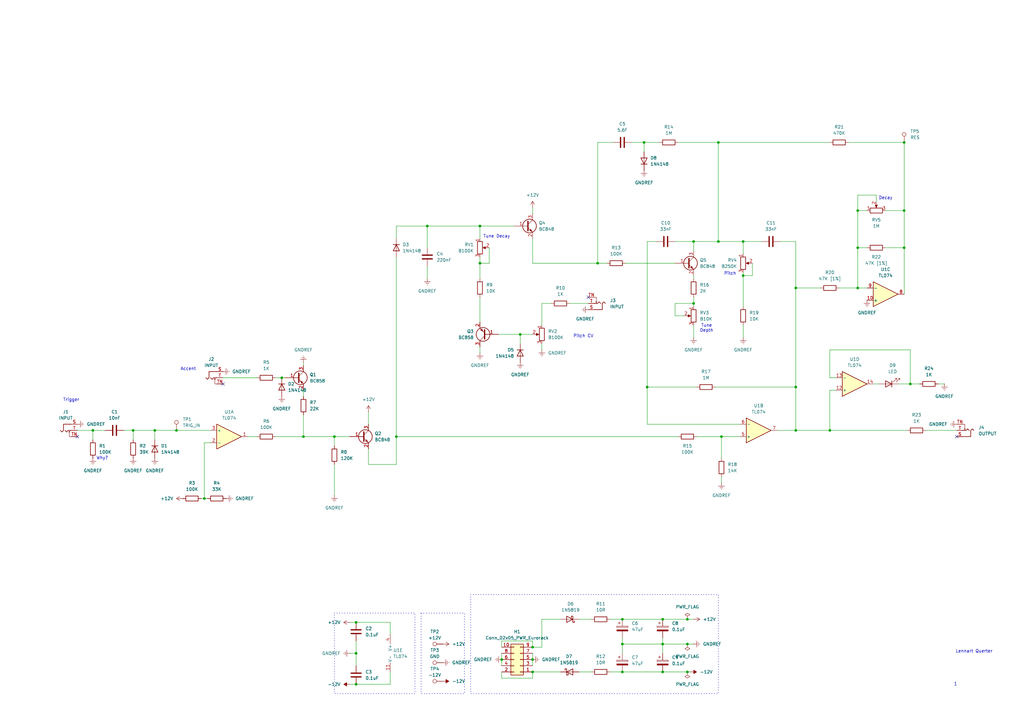
<source format=kicad_sch>
(kicad_sch (version 20231120) (generator "eeschema") (generator_version "8.0")
  (paper "A3")
  (lib_symbols
    (symbol "Amplifier_Operational:TL074" (pin_names (offset 0.127))
      (property "Reference" "U" (at 0 5.08 0))
      (property "Value" "TL074" (at 0 -5.08 0))
      (symbol "TL074_1_1"
        (pin output line (at 7.62 0 180) (length 2.54) (name "~") (number "1"))
        (pin input line (at -7.62 -2.54 0) (length 2.54) (name "-") (number "2"))
        (pin input line (at -7.62 2.54 0) (length 2.54) (name "+") (number "3"))
      )
      (symbol "TL074_2_1"
        (pin input line (at -7.62 2.54 0) (length 2.54) (name "+") (number "5"))
        (pin input line (at -7.62 -2.54 0) (length 2.54) (name "-") (number "6"))
        (pin output line (at 7.62 0 180) (length 2.54) (name "~") (number "7"))
      )
      (symbol "TL074_3_1"
        (pin input line (at -7.62 2.54 0) (length 2.54) (name "+") (number "10"))
        (pin output line (at 7.62 0 180) (length 2.54) (name "~") (number "8"))
        (pin input line (at -7.62 -2.54 0) (length 2.54) (name "-") (number "9"))
      )
      (symbol "TL074_4_1"
        (pin input line (at -7.62 2.54 0) (length 2.54) (name "+") (number "12"))
        (pin input line (at -7.62 -2.54 0) (length 2.54) (name "-") (number "13"))
        (pin output line (at 7.62 0 180) (length 2.54) (name "~") (number "14"))
      )
      (symbol "TL074_5_1"
        (pin power_in line (at -2.54 -7.62 90) (length 3.81) (name "V-") (number "11"))
        (pin power_in line (at -2.54 7.62 270) (length 3.81) (name "V+") (number "4"))
      )
    )
    (symbol "Connector:TestPoint" (pin_numbers hide) (pin_names (offset 0.762) hide)
      (property "Reference" "TP" (at 0 6.858 0))
      (property "Value" "TestPoint" (at 0 5.08 0))
      (symbol "TestPoint_1_1"
        (pin passive line (at 0 0 90) (length 2.54) (name "1") (number "1"))
      )
    )
    (symbol "Device:C" (pin_numbers hide) (pin_names (offset 0.254))
      (property "Reference" "C" (at 0.635 2.54 0))
      (property "Value" "C" (at 0.635 -2.54 0))
      (symbol "C_1_1"
        (pin passive line (at 0 3.81 270) (length 2.794) (name "~") (number "1"))
        (pin passive line (at 0 -3.81 90) (length 2.794) (name "~") (number "2"))
      )
    )
    (symbol "Device:C_Polarized" (pin_numbers hide) (pin_names (offset 0.254))
      (property "Reference" "C" (at 0.635 2.54 0))
      (property "Value" "C_Polarized" (at 0.635 -2.54 0))
      (symbol "C_Polarized_1_1"
        (pin passive line (at 0 3.81 270) (length 2.794) (name "~") (number "1"))
        (pin passive line (at 0 -3.81 90) (length 2.794) (name "~") (number "2"))
      )
    )
    (symbol "Device:R" (pin_numbers hide) (pin_names (offset 0))
      (property "Reference" "R" (at 2.032 0 90))
      (property "Value" "R" (at 0 0 90))
      (symbol "R_1_1"
        (pin passive line (at 0 3.81 270) (length 1.27) (name "~") (number "1"))
        (pin passive line (at 0 -3.81 90) (length 1.27) (name "~") (number "2"))
      )
    )
    (symbol "Diode:1N5819" (pin_numbers hide) (pin_names (offset 1.016) hide)
      (property "Reference" "D" (at 0 2.54 0))
      (property "Value" "1N5819" (at 0 -2.54 0))
      (symbol "1N5819_1_1"
        (pin passive line (at -3.81 0 0) (length 2.54) (name "K") (number "1"))
        (pin passive line (at 3.81 0 180) (length 2.54) (name "A") (number "2"))
      )
    )
    (symbol "Transistor_BJT:BC848" (pin_names (offset 0) hide)
      (property "Reference" "Q" (at 5.08 1.905 0))
      (property "Value" "BC848" (at 5.08 0 0))
      (symbol "BC848_1_1"
        (pin input line (at -5.08 0 0) (length 5.715) (name "B") (number "1"))
        (pin passive line (at 2.54 -5.08 90) (length 2.54) (name "E") (number "2"))
        (pin passive line (at 2.54 5.08 270) (length 2.54) (name "C") (number "3"))
      )
    )
    (symbol "Transistor_BJT:BC858" (pin_names (offset 0) hide)
      (property "Reference" "Q" (at 5.08 1.905 0))
      (property "Value" "BC858" (at 5.08 0 0))
      (symbol "BC858_1_1"
        (pin input line (at -5.08 0 0) (length 5.715) (name "B") (number "1"))
        (pin passive line (at 2.54 -5.08 90) (length 2.54) (name "E") (number "2"))
        (pin passive line (at 2.54 5.08 270) (length 2.54) (name "C") (number "3"))
      )
    )
    (symbol "power:+12V" (power) (pin_numbers hide) (pin_names (offset 0) hide)
      (property "Value" "+12V" (at 0 3.556 0))
      (symbol "+12V_1_1"
        (pin power_in line (at 0 0 90) (length 0) (name "~") (number "1"))
      )
    )
    (symbol "power:-12V" (power) (pin_numbers hide) (pin_names (offset 0) hide)
      (property "Value" "-12V" (at 0 3.556 0))
      (symbol "-12V_0_0"
        (pin power_in line (at 0 0 90) (length 0) (name "~") (number "1"))
      )
    )
    (symbol "power:GNDREF" (power) (pin_numbers hide) (pin_names (offset 0) hide)
      (property "Value" "GNDREF" (at 0 -3.81 0))
      (symbol "GNDREF_1_1"
        (pin power_in line (at 0 0 270) (length 0) (name "~") (number "1"))
      )
    )
    (symbol "power:PWR_FLAG" (power) (pin_numbers hide) (pin_names (offset 0) hide)
      (property "Value" "PWR_FLAG" (at 0 3.81 0))
      (symbol "PWR_FLAG_0_0"
        (pin power_out line (at 0 0 90) (length 0) (name "~") (number "1"))
      )
    )
    (symbol "synth:AudioJack_Mono_3.5mm"
      (property "Reference" "J" (at 0 8.89 0))
      (property "Value" "AudioJack_Mono_3.5mm" (at 0 6.35 0))
      (symbol "AudioJack_Mono_3.5mm_1_1"
        (pin passive line (at 5.08 2.54 180) (length 2.54) (name "~") (number "S"))
        (pin passive line (at 5.08 0 180) (length 2.54) (name "~") (number "T"))
        (pin passive line (at 5.08 -2.54 180) (length 2.54) (name "~") (number "TN"))
      )
    )
    (symbol "synth:C_sm (MKS)" (pin_numbers hide) (pin_names (offset 0.254))
      (property "Reference" "C" (at 2.794 1.27 0))
      (property "Value" "C_sm (MKS)" (at 2.794 -1.016 0))
      (symbol "C_sm (MKS)_1_1"
        (pin passive line (at 0 3.81 270) (length 2.794) (name "~") (number "1"))
        (pin passive line (at 0 -3.81 90) (length 2.794) (name "~") (number "2"))
      )
    )
    (symbol "synth:Conn_02x05_EuroRack_Power" (pin_names (offset 1.016) hide)
      (property "Reference" "H13" (at 0 -11.43 0))
      (property "Value" "Conn_02x05_PWR_Eurorack" (at 0 -8.89 0))
      (symbol "Conn_02x05_EuroRack_Power_1_1"
        (pin passive line (at -6.35 5.08 0) (length 3.81) (name "Pin_1") (number "1"))
        (pin passive line (at 6.35 -5.08 180) (length 3.81) (name "Pin_10") (number "10"))
        (pin passive line (at 6.35 5.08 180) (length 3.81) (name "Pin_2") (number "2"))
        (pin passive line (at -6.35 2.54 0) (length 3.81) (name "Pin_3") (number "3"))
        (pin passive line (at 6.35 2.54 180) (length 3.81) (name "Pin_4") (number "4"))
        (pin passive line (at -6.35 0 0) (length 3.81) (name "Pin_5") (number "5"))
        (pin passive line (at 6.35 0 180) (length 3.81) (name "Pin_6") (number "6"))
        (pin passive line (at -6.35 -2.54 0) (length 3.81) (name "Pin_7") (number "7"))
        (pin passive line (at 6.35 -2.54 180) (length 3.81) (name "Pin_8") (number "8"))
        (pin passive line (at -6.35 -5.08 0) (length 3.81) (name "Pin_9") (number "9"))
      )
    )
    (symbol "synth:D_Signal (1N4148)" (pin_numbers hide) (pin_names hide)
      (property "Reference" "D" (at 0 2.54 0))
      (property "Value" "1N4148" (at 0 -2.54 0))
      (symbol "D_Signal (1N4148)_1_1"
        (pin passive line (at -3.81 0 0) (length 2.54) (name "K") (number "1"))
        (pin passive line (at 3.81 0 180) (length 2.54) (name "A") (number "2"))
      )
    )
    (symbol "synth:LED (3mm)" (pin_numbers hide) (pin_names (offset 1.016) hide)
      (property "Reference" "D" (at 0 2.54 0))
      (property "Value" "LED" (at 0 -2.54 0))
      (symbol "LED (3mm)_1_1"
        (pin passive line (at -3.81 0 0) (length 2.54) (name "K") (number "1"))
        (pin passive line (at 3.81 0 180) (length 2.54) (name "A") (number "2"))
      )
    )
    (symbol "synth:R_Default" (pin_numbers hide) (pin_names (offset 0))
      (property "Reference" "R" (at -2.032 0 90))
      (property "Value" "R1" (at 2.032 0 90))
      (symbol "R_Default_1_1"
        (pin passive line (at 0 -3.81 90) (length 1.27) (name "~") (number "1"))
        (pin passive line (at 0 3.81 270) (length 1.27) (name "~") (number "2"))
      )
    )
    (symbol "synth:R_Potentiometer (P0915N)" (pin_names (offset 1.016) hide)
      (property "Reference" "RV" (at -4.445 0 90))
      (property "Value" "R_Potentiometer" (at -2.54 0 90))
      (symbol "R_Potentiometer (P0915N)_1_1"
        (pin passive line (at 0 3.81 270) (length 1.27) (name "1") (number "1"))
        (pin passive line (at 3.81 0 180) (length 1.27) (name "2") (number "2"))
        (pin passive line (at 0 -3.81 90) (length 1.27) (name "3") (number "3"))
      )
    )
  )
  (junction (at 196.85 107.95))
  (junction (at 115.57 154.94))
  (junction (at 373.38 157.48))
  (junction (at 340.36 176.53))
  (junction (at 370.84 58.42))
  (junction (at 218.44 275.59))
  (junction (at 218.44 265.43))
  (junction (at 63.5 176.53))
  (junction (at 146.05 267.97))
  (junction (at 255.27 264.16))
  (junction (at 281.94 275.59))
  (junction (at 245.11 107.95))
  (junction (at 83.82 204.47))
  (junction (at 196.85 92.71))
  (junction (at 271.78 264.16))
  (junction (at 205.74 270.51))
  (junction (at 281.94 254))
  (junction (at 271.78 254))
  (junction (at 162.56 179.07))
  (junction (at 38.1 176.53))
  (junction (at 124.46 179.07))
  (junction (at 304.8 99.06))
  (junction (at 284.48 124.46))
  (junction (at 213.36 137.16))
  (junction (at 326.39 176.53))
  (junction (at 284.48 99.06))
  (junction (at 265.43 158.75))
  (junction (at 255.27 254))
  (junction (at 351.79 86.36))
  (junction (at 54.61 176.53))
  (junction (at 218.44 270.51))
  (junction (at 326.39 158.75))
  (junction (at 294.64 99.06))
  (junction (at 146.05 280.67))
  (junction (at 370.84 101.6))
  (junction (at 294.64 58.42))
  (junction (at 175.26 92.71))
  (junction (at 304.8 113.03))
  (junction (at 264.16 58.42))
  (junction (at 255.27 275.59))
  (junction (at 281.94 264.16))
  (junction (at 351.79 101.6))
  (junction (at 137.16 179.07))
  (junction (at 370.84 86.36))
  (junction (at 295.91 179.07))
  (junction (at 72.39 176.53))
  (junction (at 271.78 275.59))
  (junction (at 351.79 118.11))
  (junction (at 326.39 118.11))
  (junction (at 146.05 255.27))
  (no_connect (at 91.44 157.48))
  (no_connect (at 392.43 179.07))
  (no_connect (at 31.75 179.07))
  (no_connect (at 241.3 121.92))
  (wire (pts (xy 359.41 80.01) (xy 351.79 80.01)))
  (wire (pts (xy 326.39 158.75) (xy 326.39 176.53)))
  (wire (pts (xy 160.02 275.59) (xy 160.02 280.67)))
  (wire (pts (xy 83.82 181.61) (xy 86.36 181.61)))
  (wire (pts (xy 218.44 278.13) (xy 218.44 275.59)))
  (wire (pts (xy 320.04 99.06) (xy 326.39 99.06)))
  (wire (pts (xy 63.5 180.34) (xy 63.5 176.53)))
  (wire (pts (xy 294.64 58.42) (xy 294.64 99.06)))
  (wire (pts (xy 143.51 280.67) (xy 146.05 280.67)))
  (wire (pts (xy 222.25 254) (xy 229.87 254)))
  (wire (pts (xy 226.06 124.46) (xy 222.25 124.46)))
  (wire (pts (xy 284.48 138.43) (xy 284.48 133.35)))
  (wire (pts (xy 124.46 160.02) (xy 124.46 162.56)))
  (wire (pts (xy 213.36 140.97) (xy 213.36 137.16)))
  (wire (pts (xy 63.5 176.53) (xy 72.39 176.53)))
  (wire (pts (xy 326.39 99.06) (xy 326.39 118.11)))
  (wire (pts (xy 278.13 58.42) (xy 294.64 58.42)))
  (wire (pts (xy 83.82 204.47) (xy 85.09 204.47)))
  (wire (pts (xy 351.79 80.01) (xy 351.79 86.36)))
  (wire (pts (xy 222.25 143.51) (xy 222.25 140.97)))
  (wire (pts (xy 285.75 179.07) (xy 295.91 179.07)))
  (wire (pts (xy 370.84 86.36) (xy 370.84 58.42)))
  (wire (pts (xy 218.44 262.89) (xy 205.74 262.89)))
  (wire (pts (xy 218.44 265.43) (xy 218.44 262.89)))
  (wire (pts (xy 218.44 267.97) (xy 218.44 270.51)))
  (wire (pts (xy 38.1 176.53) (xy 43.18 176.53)))
  (wire (pts (xy 124.46 148.59) (xy 124.46 149.86)))
  (wire (pts (xy 196.85 121.92) (xy 196.85 132.08)))
  (wire (pts (xy 54.61 176.53) (xy 63.5 176.53)))
  (wire (pts (xy 245.11 58.42) (xy 251.46 58.42)))
  (wire (pts (xy 294.64 99.06) (xy 284.48 99.06)))
  (wire (pts (xy 340.36 154.94) (xy 340.36 143.51)))
  (wire (pts (xy 265.43 99.06) (xy 269.24 99.06)))
  (wire (pts (xy 162.56 190.5) (xy 162.56 179.07)))
  (wire (pts (xy 146.05 262.89) (xy 146.05 267.97)))
  (wire (pts (xy 370.84 58.42) (xy 347.98 58.42)))
  (wire (pts (xy 146.05 267.97) (xy 146.05 273.05)))
  (wire (pts (xy 124.46 179.07) (xy 137.16 179.07)))
  (wire (pts (xy 218.44 97.79) (xy 218.44 107.95)))
  (wire (pts (xy 83.82 204.47) (xy 83.82 181.61)))
  (wire (pts (xy 218.44 107.95) (xy 245.11 107.95)))
  (wire (pts (xy 351.79 101.6) (xy 351.79 118.11)))
  (wire (pts (xy 137.16 203.2) (xy 137.16 190.5)))
  (wire (pts (xy 256.54 107.95) (xy 276.86 107.95)))
  (wire (pts (xy 271.78 275.59) (xy 281.94 275.59)))
  (wire (pts (xy 271.78 264.16) (xy 281.94 264.16)))
  (wire (pts (xy 340.36 160.02) (xy 342.9 160.02)))
  (wire (pts (xy 205.74 275.59) (xy 205.74 278.13)))
  (wire (pts (xy 222.25 124.46) (xy 222.25 133.35)))
  (wire (pts (xy 351.79 101.6) (xy 355.6 101.6)))
  (wire (pts (xy 370.84 86.36) (xy 370.84 101.6)))
  (wire (pts (xy 293.37 158.75) (xy 326.39 158.75)))
  (wire (pts (xy 351.79 118.11) (xy 355.6 118.11)))
  (wire (pts (xy 50.8 176.53) (xy 54.61 176.53)))
  (wire (pts (xy 175.26 92.71) (xy 175.26 101.6)))
  (wire (pts (xy 304.8 113.03) (xy 304.8 111.76)))
  (wire (pts (xy 204.47 137.16) (xy 213.36 137.16)))
  (wire (pts (xy 237.49 275.59) (xy 242.57 275.59)))
  (wire (pts (xy 218.44 270.51) (xy 218.44 273.05)))
  (wire (pts (xy 213.36 137.16) (xy 218.44 137.16)))
  (wire (pts (xy 304.8 125.73) (xy 304.8 113.03)))
  (wire (pts (xy 340.36 58.42) (xy 294.64 58.42)))
  (wire (pts (xy 340.36 154.94) (xy 342.9 154.94)))
  (wire (pts (xy 160.02 255.27) (xy 160.02 260.35)))
  (wire (pts (xy 360.68 157.48) (xy 358.14 157.48)))
  (wire (pts (xy 265.43 158.75) (xy 265.43 173.99)))
  (wire (pts (xy 31.75 176.53) (xy 38.1 176.53)))
  (wire (pts (xy 326.39 176.53) (xy 318.77 176.53)))
  (wire (pts (xy 255.27 261.62) (xy 255.27 264.16)))
  (wire (pts (xy 308.61 107.95) (xy 308.61 113.03)))
  (wire (pts (xy 265.43 158.75) (xy 285.75 158.75)))
  (wire (pts (xy 146.05 267.97) (xy 143.51 267.97)))
  (wire (pts (xy 308.61 113.03) (xy 304.8 113.03)))
  (wire (pts (xy 351.79 86.36) (xy 355.6 86.36)))
  (wire (pts (xy 281.94 275.59) (xy 283.21 275.59)))
  (wire (pts (xy 284.48 102.87) (xy 284.48 99.06)))
  (wire (pts (xy 162.56 179.07) (xy 278.13 179.07)))
  (wire (pts (xy 368.3 157.48) (xy 373.38 157.48)))
  (wire (pts (xy 175.26 114.3) (xy 175.26 109.22)))
  (wire (pts (xy 284.48 124.46) (xy 284.48 121.92)))
  (wire (pts (xy 146.05 280.67) (xy 160.02 280.67)))
  (wire (pts (xy 276.86 129.54) (xy 276.86 124.46)))
  (wire (pts (xy 294.64 99.06) (xy 304.8 99.06)))
  (wire (pts (xy 137.16 182.88) (xy 137.16 179.07)))
  (wire (pts (xy 259.08 58.42) (xy 264.16 58.42)))
  (wire (pts (xy 304.8 138.43) (xy 304.8 133.35)))
  (wire (pts (xy 363.22 86.36) (xy 370.84 86.36)))
  (wire (pts (xy 255.27 254) (xy 271.78 254)))
  (wire (pts (xy 205.74 267.97) (xy 205.74 270.51)))
  (wire (pts (xy 137.16 179.07) (xy 143.51 179.07)))
  (wire (pts (xy 162.56 92.71) (xy 175.26 92.71)))
  (wire (pts (xy 245.11 58.42) (xy 245.11 107.95)))
  (wire (pts (xy 151.13 168.91) (xy 151.13 173.99)))
  (wire (pts (xy 281.94 264.16) (xy 284.48 264.16)))
  (wire (pts (xy 113.03 154.94) (xy 115.57 154.94)))
  (wire (pts (xy 113.03 179.07) (xy 124.46 179.07)))
  (wire (pts (xy 373.38 143.51) (xy 373.38 157.48)))
  (wire (pts (xy 340.36 176.53) (xy 372.11 176.53)))
  (wire (pts (xy 196.85 92.71) (xy 210.82 92.71)))
  (wire (pts (xy 196.85 107.95) (xy 196.85 114.3)))
  (wire (pts (xy 200.66 101.6) (xy 200.66 107.95)))
  (wire (pts (xy 340.36 176.53) (xy 326.39 176.53)))
  (wire (pts (xy 222.25 254) (xy 222.25 265.43)))
  (wire (pts (xy 91.44 154.94) (xy 105.41 154.94)))
  (wire (pts (xy 295.91 179.07) (xy 303.53 179.07)))
  (wire (pts (xy 271.78 254) (xy 281.94 254)))
  (wire (pts (xy 241.3 124.46) (xy 233.68 124.46)))
  (wire (pts (xy 344.17 118.11) (xy 351.79 118.11)))
  (wire (pts (xy 151.13 184.15) (xy 151.13 190.5)))
  (wire (pts (xy 200.66 107.95) (xy 196.85 107.95)))
  (wire (pts (xy 237.49 254) (xy 242.57 254)))
  (wire (pts (xy 124.46 170.18) (xy 124.46 179.07)))
  (wire (pts (xy 245.11 107.95) (xy 248.92 107.95)))
  (wire (pts (xy 276.86 129.54) (xy 280.67 129.54)))
  (wire (pts (xy 363.22 101.6) (xy 370.84 101.6)))
  (wire (pts (xy 255.27 264.16) (xy 255.27 267.97)))
  (wire (pts (xy 218.44 275.59) (xy 229.87 275.59)))
  (wire (pts (xy 351.79 86.36) (xy 351.79 101.6)))
  (wire (pts (xy 250.19 275.59) (xy 255.27 275.59)))
  (wire (pts (xy 264.16 58.42) (xy 270.51 58.42)))
  (wire (pts (xy 336.55 118.11) (xy 326.39 118.11)))
  (wire (pts (xy 151.13 190.5) (xy 162.56 190.5)))
  (wire (pts (xy 359.41 80.01) (xy 359.41 82.55)))
  (wire (pts (xy 373.38 157.48) (xy 377.19 157.48)))
  (wire (pts (xy 384.81 157.48) (xy 387.35 157.48)))
  (wire (pts (xy 276.86 124.46) (xy 284.48 124.46)))
  (wire (pts (xy 370.84 101.6) (xy 370.84 120.65)))
  (wire (pts (xy 250.19 254) (xy 255.27 254)))
  (wire (pts (xy 255.27 275.59) (xy 271.78 275.59)))
  (wire (pts (xy 379.73 176.53) (xy 392.43 176.53)))
  (wire (pts (xy 281.94 254) (xy 284.48 254)))
  (wire (pts (xy 162.56 105.41) (xy 162.56 179.07)))
  (wire (pts (xy 205.74 270.51) (xy 205.74 273.05)))
  (wire (pts (xy 205.74 278.13) (xy 218.44 278.13)))
  (wire (pts (xy 196.85 92.71) (xy 196.85 97.79)))
  (wire (pts (xy 265.43 173.99) (xy 303.53 173.99)))
  (wire (pts (xy 143.51 255.27) (xy 146.05 255.27)))
  (wire (pts (xy 255.27 264.16) (xy 271.78 264.16)))
  (wire (pts (xy 312.42 99.06) (xy 304.8 99.06)))
  (wire (pts (xy 82.55 204.47) (xy 83.82 204.47)))
  (wire (pts (xy 38.1 180.34) (xy 38.1 176.53)))
  (wire (pts (xy 326.39 118.11) (xy 326.39 158.75)))
  (wire (pts (xy 271.78 264.16) (xy 271.78 267.97)))
  (wire (pts (xy 162.56 92.71) (xy 162.56 97.79)))
  (wire (pts (xy 222.25 265.43) (xy 218.44 265.43)))
  (wire (pts (xy 146.05 255.27) (xy 160.02 255.27)))
  (wire (pts (xy 271.78 261.62) (xy 271.78 264.16)))
  (wire (pts (xy 72.39 176.53) (xy 86.36 176.53)))
  (wire (pts (xy 264.16 62.23) (xy 264.16 58.42)))
  (wire (pts (xy 340.36 143.51) (xy 373.38 143.51)))
  (wire (pts (xy 295.91 179.07) (xy 295.91 187.96)))
  (wire (pts (xy 284.48 114.3) (xy 284.48 113.03)))
  (wire (pts (xy 54.61 180.34) (xy 54.61 176.53)))
  (wire (pts (xy 196.85 107.95) (xy 196.85 105.41)))
  (wire (pts (xy 295.91 198.12) (xy 295.91 195.58)))
  (wire (pts (xy 284.48 125.73) (xy 284.48 124.46)))
  (wire (pts (xy 101.6 179.07) (xy 105.41 179.07)))
  (wire (pts (xy 196.85 144.78) (xy 196.85 142.24)))
  (wire (pts (xy 340.36 160.02) (xy 340.36 176.53)))
  (wire (pts (xy 304.8 104.14) (xy 304.8 99.06)))
  (wire (pts (xy 265.43 99.06) (xy 265.43 158.75)))
  (wire (pts (xy 205.74 262.89) (xy 205.74 265.43)))
  (wire (pts (xy 218.44 85.09) (xy 218.44 87.63)))
  (wire (pts (xy 175.26 92.71) (xy 196.85 92.71)))
  (wire (pts (xy 115.57 154.94) (xy 116.84 154.94)))
  (wire (pts (xy 284.48 99.06) (xy 276.86 99.06)))
  (rectangle (start 172.72 251.46) (end 190.5 284.48) (stroke (width 0.254) (type dot)))
  (rectangle (start 193.04 243.84) (end 294.64 284.48) (stroke (width 0.25) (type dot)))
  (rectangle (start 137.16 251.46) (end 170.18 284.48) (stroke (width 0.25) (type dot)))
  (text "Trigger" (at 29.21 164.084 0) (effects (font (size 1.27 1.27))))
  (text "Pitch" (at 299.466 112.268 0) (effects (font (size 1.27 1.27))))
  (text "Decay" (at 363.22 81.28 0) (effects (font (size 1.27 1.27))))
  (text "Tune\nDepth" (at 289.814 134.62 0) (effects (font (size 1.27 1.27))))
  (text "Why?" (at 41.91 187.96 0) (effects (font (size 1.27 1.27))))
  (text "Tune Decay" (at 203.708 97.028 0) (effects (font (size 1.27 1.27))))
  (text "Accent" (at 77.216 151.384 0) (effects (font (size 1.27 1.27))))
  (text "Lennart Querter" (at 399.542 267.208 0) (effects (font (size 1.27 1.27))))
  (text "1" (at 391.922 280.67 0) (effects (font (size 1.27 1.27))))
  (text "Pitch CV" (at 239.268 137.922 0) (effects (font (size 1.27 1.27))))
  (symbol (lib_id "synth:R_Default") (at 109.22 154.94 90) (unit 1)
    (property "Reference" "R5" (at 109.22 148.59 90))
    (property "Value" "1K" (at 109.22 151.13 90))
    (property "Footprint" "Resistor_SMD:R_0805_2012Metric_Pad1.20x1.40mm_HandSolder" (effects (hide yes)))
    (property "Description" "Resistor" (effects (hide yes)))
  )
  (symbol (lib_id "Amplifier_Operational:TL074") (at 350.52 157.48 0) (mirror x) (unit 4)
    (property "Reference" "U1" (at 350.52 147.32 0))
    (property "Value" "TL074" (at 350.52 149.86 0))
    (property "Footprint" "Package_SO:SO-14_3.9x8.65mm_P1.27mm" (effects (hide yes)))
    (property "Datasheet" "http://www.ti.com/lit/ds/symlink/tl071.pdf" (effects (hide yes)))
    (property "Description" "Quad Low-Noise JFET-Input Operational Amplifiers, DIP-14/SOIC-14" (effects (hide yes)))
  )
  (symbol (lib_id "synth:AudioJack_Mono_3.5mm") (at 397.51 176.53 180) (unit 1)
    (property "Reference" "J4" (at 401.32 175.3234 0) (effects (justify right)))
    (property "Value" "OUTPUT" (at 401.32 177.8634 0) (effects (justify right)))
    (property "Footprint" "Synth:Jack_3.5mm_QingPu_WQP-PJ398SM_Vertical_CircularHoles" (effects (hide yes)))
    (property "Description" "Audio Jack, 2 Poles (Mono / TS), Switched T Pole (Normalling)" (effects (hide yes)))
  )
  (symbol (lib_id "power:GNDREF") (at 196.85 144.78 0) (unit 1)
    (property "Reference" "#PWR019" (effects (hide yes)))
    (property "Value" "GNDREF" (at 196.85 149.86 0))
    (property "Description" "Power symbol creates a global label with name \"GNDREF\" , reference supply ground" (effects (hide yes)))
  )
  (symbol (lib_id "synth:C_sm (MKS)") (at 46.99 176.53 90) (unit 1)
    (property "Reference" "C1" (at 46.99 168.91 90))
    (property "Value" "10nF" (at 46.99 171.45 90))
    (property "Footprint" "Capacitor_SMD:C_0805_2012Metric_Pad1.18x1.45mm_HandSolder" (effects (hide yes)))
    (property "Description" "Unpolarized capacitor" (effects (hide yes)))
  )
  (symbol (lib_id "Transistor_BJT:BC848") (at 148.59 179.07 0) (unit 1)
    (property "Reference" "Q2" (at 153.67 177.7999 0) (effects (justify left)))
    (property "Value" "BC848" (at 153.67 180.3399 0) (effects (justify left)))
    (property "Footprint" "Package_TO_SOT_SMD:SOT-23" (effects (hide yes)))
    (property "Datasheet" "http://www.infineon.com/dgdl/Infineon-BC847SERIES_BC848SERIES_BC849SERIES_BC850SERIES-DS-v01_01-en.pdf?fileId=db3a304314dca389011541d4630a1657" (effects (hide yes)))
    (property "Description" "0.1A Ic, 30V Vce, NPN Transistor, SOT-23" (effects (hide yes)))
  )
  (symbol (lib_id "power:-12V") (at 283.21 275.59 270) (unit 1)
    (property "Reference" "#PWR027" (effects (hide yes)))
    (property "Value" "-12V" (at 287.02 275.5899 90) (effects (justify left)))
    (property "Description" "Power symbol creates a global label with name \"-12V\"" (effects (hide yes)))
  )
  (symbol (lib_id "synth:C_sm (MKS)") (at 255.27 58.42 90) (unit 1)
    (property "Reference" "C5" (at 255.27 50.8 90))
    (property "Value" "5.6F" (at 255.27 53.34 90))
    (property "Footprint" "Capacitor_SMD:C_0805_2012Metric_Pad1.18x1.45mm_HandSolder" (effects (hide yes)))
    (property "Description" "Unpolarized capacitor" (effects (hide yes)))
  )
  (symbol (lib_id "power:GNDREF") (at 115.57 162.56 0) (unit 1)
    (property "Reference" "#PWR08" (effects (hide yes)))
    (property "Value" "GNDREF" (at 115.57 167.64 0))
    (property "Description" "Power symbol creates a global label with name \"GNDREF\" , reference supply ground" (effects (hide yes)))
  )
  (symbol (lib_id "Device:C") (at 146.05 276.86 0) (unit 1)
    (property "Reference" "C3" (at 149.86 275.5899 0) (effects (justify left)))
    (property "Value" "0.1uF" (at 149.86 278.1299 0) (effects (justify left)))
    (property "Footprint" "Capacitor_SMD:C_0805_2012Metric_Pad1.18x1.45mm_HandSolder" (effects (hide yes)))
    (property "Description" "Unpolarized capacitor" (effects (hide yes)))
  )
  (symbol (lib_id "synth:R_Default") (at 274.32 58.42 270) (unit 1)
    (property "Reference" "R14" (at 274.32 52.07 90))
    (property "Value" "1M" (at 274.32 54.61 90))
    (property "Footprint" "Resistor_SMD:R_0805_2012Metric_Pad1.20x1.40mm_HandSolder" (effects (hide yes)))
    (property "Description" "Resistor" (effects (hide yes)))
  )
  (symbol (lib_id "Diode:1N5819") (at 233.68 275.59 0) (unit 1)
    (property "Reference" "D7" (at 233.3625 269.24 0))
    (property "Value" "1N5819" (at 233.3625 271.78 0))
    (property "Footprint" "Diode_SMD:D_SOD-123" (effects (hide yes)))
    (property "Datasheet" "http://www.vishay.com/docs/88525/1n5817.pdf" (effects (hide yes)))
    (property "Description" "40V 1A Schottky Barrier Rectifier Diode, DO-41" (effects (hide yes)))
  )
  (symbol (lib_id "synth:R_Potentiometer (P0915N)") (at 196.85 101.6 0) (unit 1)
    (property "Reference" "RV1" (at 194.31 100.3299 0) (effects (justify right)))
    (property "Value" "B100K" (at 194.31 102.8699 0) (effects (justify right)))
    (property "Footprint" "Synth:Potentiometer_TT_P0915N" (effects (hide yes)))
    (property "Description" "Potentiometer" (effects (hide yes)))
  )
  (symbol (lib_id "synth:D_Signal (1N4148)") (at 213.36 144.78 270) (unit 1)
    (property "Reference" "D5" (at 210.82 143.5099 90) (effects (justify right)))
    (property "Value" "1N4148" (at 210.82 146.0499 90) (effects (justify right)))
    (property "Footprint" "Diode_SMD:D_SOD-323_HandSoldering" (effects (hide yes)))
    (property "Datasheet" "https://assets.nexperia.com/documents/data-sheet/1N4148_1N4448.pdf" (effects (hide yes)))
    (property "Description" "100V 0.15A standard switching diode, DO-35" (effects (hide yes)))
    (property "Sim.Device" "D" (effects (hide yes)))
    (property "Sim.Pins" "1=K 2=A" (effects (hide yes)))
  )
  (symbol (lib_id "power:+12V") (at 74.93 204.47 90) (unit 1)
    (property "Reference" "#PWR05" (effects (hide yes)))
    (property "Value" "+12V" (at 71.12 204.4699 90) (effects (justify left)))
    (property "Description" "Power symbol creates a global label with name \"+12V\"" (effects (hide yes)))
  )
  (symbol (lib_id "synth:R_Default") (at 344.17 58.42 270) (unit 1)
    (property "Reference" "R21" (at 344.17 52.07 90))
    (property "Value" "470K" (at 344.17 54.61 90))
    (property "Footprint" "Resistor_SMD:R_0805_2012Metric_Pad1.20x1.40mm_HandSolder" (effects (hide yes)))
    (property "Description" "Resistor" (effects (hide yes)))
  )
  (symbol (lib_id "Device:R") (at 246.38 275.59 90) (unit 1)
    (property "Reference" "R12" (at 246.38 269.24 90))
    (property "Value" "10R" (at 246.38 271.78 90))
    (property "Footprint" "Resistor_SMD:R_0805_2012Metric_Pad1.20x1.40mm_HandSolder" (effects (hide yes)))
    (property "Description" "Resistor" (effects (hide yes)))
  )
  (symbol (lib_id "power:PWR_FLAG") (at 281.94 254 0) (unit 1) (exclude_from_sim yes) (in_bom no)
    (property "Reference" "#FLG01" (effects (hide yes)))
    (property "Value" "PWR_FLAG" (at 281.94 248.92 0))
    (property "Description" "Special symbol for telling ERC where power comes from" (effects (hide yes)))
  )
  (symbol (lib_id "Transistor_BJT:BC848") (at 281.94 107.95 0) (unit 1)
    (property "Reference" "Q5" (at 287.02 106.6799 0) (effects (justify left)))
    (property "Value" "BC848" (at 287.02 109.2199 0) (effects (justify left)))
    (property "Footprint" "Package_TO_SOT_SMD:SOT-23" (effects (hide yes)))
    (property "Datasheet" "http://www.infineon.com/dgdl/Infineon-BC847SERIES_BC848SERIES_BC849SERIES_BC850SERIES-DS-v01_01-en.pdf?fileId=db3a304314dca389011541d4630a1657" (effects (hide yes)))
    (property "Description" "0.1A Ic, 30V Vce, NPN Transistor, SOT-23" (effects (hide yes)))
  )
  (symbol (lib_id "Diode:1N5819") (at 233.68 254 180) (unit 1)
    (property "Reference" "D6" (at 233.9975 247.65 0))
    (property "Value" "1N5819" (at 233.9975 250.19 0))
    (property "Footprint" "Diode_SMD:D_SOD-123" (effects (hide yes)))
    (property "Datasheet" "http://www.vishay.com/docs/88525/1n5817.pdf" (effects (hide yes)))
    (property "Description" "40V 1A Schottky Barrier Rectifier Diode, DO-41" (effects (hide yes)))
  )
  (symbol (lib_id "synth:R_Default") (at 375.92 176.53 270) (unit 1)
    (property "Reference" "R23" (at 375.92 170.18 90))
    (property "Value" "1K" (at 375.92 172.72 90))
    (property "Footprint" "Resistor_SMD:R_0805_2012Metric_Pad1.20x1.40mm_HandSolder" (effects (hide yes)))
    (property "Description" "Resistor" (effects (hide yes)))
  )
  (symbol (lib_id "synth:R_Default") (at 88.9 204.47 90) (unit 1)
    (property "Reference" "R4" (at 88.9 198.12 90))
    (property "Value" "33K" (at 88.9 200.66 90))
    (property "Footprint" "Resistor_SMD:R_0805_2012Metric_Pad1.20x1.40mm_HandSolder" (effects (hide yes)))
    (property "Description" "Resistor" (effects (hide yes)))
  )
  (symbol (lib_id "power:+12V") (at 151.13 168.91 0) (unit 1)
    (property "Reference" "#PWR014" (effects (hide yes)))
    (property "Value" "+12V" (at 151.13 163.83 0))
    (property "Description" "Power symbol creates a global label with name \"+12V\"" (effects (hide yes)))
  )
  (symbol (lib_id "Connector:TestPoint") (at 370.84 58.42 0) (unit 1) (in_bom no)
    (property "Reference" "TP5" (at 373.38 53.8479 0) (effects (justify left)))
    (property "Value" "RES" (at 373.38 56.3879 0) (effects (justify left)))
    (property "Footprint" "Connector_Pin:Pin_D1.0mm_L10.0mm" (effects (hide yes)))
    (property "Description" "test point" (effects (hide yes)))
  )
  (symbol (lib_id "Device:C_Polarized") (at 271.78 271.78 0) (unit 1)
    (property "Reference" "C9" (at 275.59 269.6209 0) (effects (justify left)))
    (property "Value" "0.1uF" (at 275.59 272.1609 0) (effects (justify left)))
    (property "Footprint" "Capacitor_THT:CP_Radial_D4.0mm_P2.00mm" (effects (hide yes)))
    (property "Description" "Polarized capacitor" (effects (hide yes)))
  )
  (symbol (lib_id "synth:R_Default") (at 381 157.48 270) (unit 1)
    (property "Reference" "R24" (at 381 151.13 90))
    (property "Value" "1K" (at 381 153.67 90))
    (property "Footprint" "Resistor_SMD:R_0805_2012Metric_Pad1.20x1.40mm_HandSolder" (effects (hide yes)))
    (property "Description" "Resistor" (effects (hide yes)))
  )
  (symbol (lib_id "synth:AudioJack_Mono_3.5mm") (at 86.36 154.94 0) (unit 1)
    (property "Reference" "J2" (at 86.6775 147.32 0))
    (property "Value" "INPUT" (at 86.6775 149.86 0))
    (property "Footprint" "Synth:Jack_3.5mm_QingPu_WQP-PJ398SM_Vertical_CircularHoles" (effects (hide yes)))
    (property "Description" "Audio Jack, 2 Poles (Mono / TS), Switched T Pole (Normalling)" (effects (hide yes)))
  )
  (symbol (lib_id "Connector:TestPoint") (at 181.61 264.16 90) (unit 1) (in_bom no)
    (property "Reference" "TP2" (at 178.308 259.08 90))
    (property "Value" "+12V" (at 178.308 261.62 90))
    (property "Footprint" "Connector_Pin:Pin_D1.0mm_L10.0mm" (effects (hide yes)))
    (property "Description" "test point" (effects (hide yes)))
  )
  (symbol (lib_id "power:GNDREF") (at 304.8 138.43 0) (unit 1)
    (property "Reference" "#PWR032" (effects (hide yes)))
    (property "Value" "GNDREF" (at 304.8 143.51 0))
    (property "Description" "Power symbol creates a global label with name \"GNDREF\" , reference supply ground" (effects (hide yes)))
  )
  (symbol (lib_id "power:PWR_FLAG") (at 281.94 264.16 180) (unit 1) (exclude_from_sim yes) (in_bom no)
    (property "Reference" "#FLG02" (effects (hide yes)))
    (property "Value" "PWR_FLAG" (at 281.94 269.24 0))
    (property "Description" "Special symbol for telling ERC where power comes from" (effects (hide yes)))
  )
  (symbol (lib_id "Device:C_Polarized") (at 255.27 271.78 0) (unit 1)
    (property "Reference" "C7" (at 259.08 269.6209 0) (effects (justify left)))
    (property "Value" "47uF" (at 259.08 272.1609 0) (effects (justify left)))
    (property "Footprint" "Capacitor_THT:CP_Radial_D6.3mm_P2.50mm" (effects (hide yes)))
    (property "Description" "Polarized capacitor" (effects (hide yes)))
  )
  (symbol (lib_id "power:GNDREF") (at 284.48 264.16 90) (unit 1)
    (property "Reference" "#PWR030" (effects (hide yes)))
    (property "Value" "GNDREF" (at 288.29 264.1599 90) (effects (justify right)))
    (property "Description" "Power symbol creates a global label with name \"GNDREF\" , reference supply ground" (effects (hide yes)))
  )
  (symbol (lib_id "synth:R_Default") (at 284.48 118.11 0) (unit 1)
    (property "Reference" "R16" (at 287.02 116.8399 0) (effects (justify left)))
    (property "Value" "2K" (at 287.02 119.3799 0) (effects (justify left)))
    (property "Footprint" "Resistor_SMD:R_0805_2012Metric_Pad1.20x1.40mm_HandSolder" (effects (hide yes)))
    (property "Description" "Resistor" (effects (hide yes)))
  )
  (symbol (lib_id "power:+12V") (at 218.44 85.09 0) (unit 1)
    (property "Reference" "#PWR022" (effects (hide yes)))
    (property "Value" "+12V" (at 218.44 80.01 0))
    (property "Description" "Power symbol creates a global label with name \"+12V\"" (effects (hide yes)))
  )
  (symbol (lib_id "synth:D_Signal (1N4148)") (at 264.16 66.04 90) (unit 1)
    (property "Reference" "D8" (at 266.7 64.7699 90) (effects (justify right)))
    (property "Value" "1N4148" (at 266.7 67.3099 90) (effects (justify right)))
    (property "Footprint" "Diode_SMD:D_SOD-323_HandSoldering" (effects (hide yes)))
    (property "Datasheet" "https://assets.nexperia.com/documents/data-sheet/1N4148_1N4448.pdf" (effects (hide yes)))
    (property "Description" "100V 0.15A standard switching diode, DO-35" (effects (hide yes)))
    (property "Sim.Device" "D" (effects (hide yes)))
    (property "Sim.Pins" "1=K 2=A" (effects (hide yes)))
  )
  (symbol (lib_id "synth:R_Default") (at 281.94 179.07 90) (unit 1)
    (property "Reference" "R15" (at 281.94 182.88 90))
    (property "Value" "100K" (at 281.94 185.42 90))
    (property "Footprint" "Resistor_SMD:R_0805_2012Metric_Pad1.20x1.40mm_HandSolder" (effects (hide yes)))
    (property "Description" "Resistor" (effects (hide yes)))
  )
  (symbol (lib_id "power:GNDREF") (at 143.51 267.97 270) (unit 1)
    (property "Reference" "#PWR012" (effects (hide yes)))
    (property "Value" "GNDREF" (at 139.7 267.9699 90) (effects (justify right)))
    (property "Description" "Power symbol creates a global label with name \"GNDREF\" , reference supply ground" (effects (hide yes)))
  )
  (symbol (lib_id "synth:D_Signal (1N4148)") (at 162.56 101.6 270) (unit 1)
    (property "Reference" "D3" (at 165.1 100.3299 90) (effects (justify left)))
    (property "Value" "1N4148" (at 165.1 102.8699 90) (effects (justify left)))
    (property "Footprint" "Diode_SMD:D_SOD-323_HandSoldering" (effects (hide yes)))
    (property "Datasheet" "https://assets.nexperia.com/documents/data-sheet/1N4148_1N4448.pdf" (effects (hide yes)))
    (property "Description" "100V 0.15A standard switching diode, DO-35" (effects (hide yes)))
    (property "Sim.Device" "D" (effects (hide yes)))
    (property "Sim.Pins" "1=K 2=A" (effects (hide yes)))
  )
  (symbol (lib_id "Transistor_BJT:BC858") (at 121.92 154.94 0) (unit 1)
    (property "Reference" "Q1" (at 127 153.6699 0) (effects (justify left)))
    (property "Value" "BC858" (at 127 156.2099 0) (effects (justify left)))
    (property "Footprint" "Package_TO_SOT_SMD:SOT-23" (effects (hide yes)))
    (property "Datasheet" "https://www.onsemi.com/pub/Collateral/BC860-D.pdf" (effects (hide yes)))
    (property "Description" "0.1A Ic, 30V Vce, PNP Transistor, SOT-23" (effects (hide yes)))
  )
  (symbol (lib_id "power:GNDREF") (at 387.35 157.48 0) (unit 1)
    (property "Reference" "#PWR034" (effects (hide yes)))
    (property "Value" "GNDREF" (at 387.35 162.56 0))
    (property "Description" "Power symbol creates a global label with name \"GNDREF\" , reference supply ground" (effects (hide yes)))
  )
  (symbol (lib_id "Device:C_Polarized") (at 255.27 257.81 0) (unit 1)
    (property "Reference" "C6" (at 259.08 255.6509 0) (effects (justify left)))
    (property "Value" "47uF" (at 259.08 258.1909 0) (effects (justify left)))
    (property "Footprint" "Capacitor_THT:CP_Radial_D6.3mm_P2.50mm" (effects (hide yes)))
    (property "Description" "Polarized capacitor" (effects (hide yes)))
  )
  (symbol (lib_id "Device:C") (at 146.05 259.08 0) (unit 1)
    (property "Reference" "C2" (at 149.86 257.8099 0) (effects (justify left)))
    (property "Value" "0.1uF" (at 149.86 260.3499 0) (effects (justify left)))
    (property "Footprint" "Capacitor_SMD:C_0805_2012Metric_Pad1.18x1.45mm_HandSolder" (effects (hide yes)))
    (property "Description" "Unpolarized capacitor" (effects (hide yes)))
  )
  (symbol (lib_id "synth:C_sm (MKS)") (at 175.26 105.41 180) (unit 1)
    (property "Reference" "C4" (at 179.07 104.1399 0) (effects (justify right)))
    (property "Value" "220nF" (at 179.07 106.6799 0) (effects (justify right)))
    (property "Footprint" "Capacitor_SMD:C_0805_2012Metric_Pad1.18x1.45mm_HandSolder" (effects (hide yes)))
    (property "Description" "Unpolarized capacitor" (effects (hide yes)))
  )
  (symbol (lib_id "synth:D_Signal (1N4148)") (at 63.5 184.15 270) (unit 1)
    (property "Reference" "D1" (at 66.04 182.8799 90) (effects (justify left)))
    (property "Value" "1N4148" (at 66.04 185.4199 90) (effects (justify left)))
    (property "Footprint" "Diode_SMD:D_SOD-323_HandSoldering" (effects (hide yes)))
    (property "Datasheet" "https://assets.nexperia.com/documents/data-sheet/1N4148_1N4448.pdf" (effects (hide yes)))
    (property "Description" "100V 0.15A standard switching diode, DO-35" (effects (hide yes)))
    (property "Sim.Device" "D" (effects (hide yes)))
    (property "Sim.Pins" "1=K 2=A" (effects (hide yes)))
  )
  (symbol (lib_id "power:GNDREF") (at 218.44 270.51 90) (unit 1)
    (property "Reference" "#PWR023" (effects (hide yes)))
    (property "Value" "GNDREF" (at 222.25 270.5099 90) (effects (justify right)))
    (property "Description" "Power symbol creates a global label with name \"GNDREF\" , reference supply ground" (effects (hide yes)))
  )
  (symbol (lib_id "power:GNDREF") (at 355.6 123.19 0) (unit 1)
    (property "Reference" "#PWR033" (effects (hide yes)))
    (property "Value" "GNDREF" (at 355.6 128.27 0))
    (property "Description" "Power symbol creates a global label with name \"GNDREF\" , reference supply ground" (effects (hide yes)))
  )
  (symbol (lib_id "synth:R_Potentiometer (P0915N)") (at 304.8 107.95 0) (unit 1)
    (property "Reference" "RV4" (at 302.26 106.6799 0) (effects (justify right)))
    (property "Value" "B250K" (at 302.26 109.2199 0) (effects (justify right)))
    (property "Footprint" "Synth:Potentiometer_TT_P0915N" (effects (hide yes)))
    (property "Description" "Potentiometer" (effects (hide yes)))
  )
  (symbol (lib_id "synth:R_Default") (at 38.1 184.15 180) (unit 1)
    (property "Reference" "R1" (at 40.64 182.8799 0) (effects (justify right)))
    (property "Value" "100K" (at 40.64 185.4199 0) (effects (justify right)))
    (property "Footprint" "Resistor_SMD:R_0805_2012Metric_Pad1.20x1.40mm_HandSolder" (effects (hide yes)))
    (property "Description" "Resistor" (effects (hide yes)))
  )
  (symbol (lib_id "power:GNDREF") (at 137.16 203.2 0) (unit 1)
    (property "Reference" "#PWR010" (effects (hide yes)))
    (property "Value" "GNDREF" (at 137.16 208.28 0))
    (property "Description" "Power symbol creates a global label with name \"GNDREF\" , reference supply ground" (effects (hide yes)))
  )
  (symbol (lib_id "synth:LED (3mm)") (at 364.49 157.48 180) (unit 1)
    (property "Reference" "D9" (at 366.0775 149.86 0))
    (property "Value" "LED" (at 366.0775 152.4 0))
    (property "Footprint" "Synth:LED_D3.0mm" (effects (hide yes)))
    (property "Description" "Light emitting diode" (effects (hide yes)))
  )
  (symbol (lib_id "power:GNDREF") (at 54.61 187.96 0) (unit 1)
    (property "Reference" "#PWR03" (effects (hide yes)))
    (property "Value" "GNDREF" (at 54.61 193.04 0))
    (property "Description" "Power symbol creates a global label with name \"GNDREF\" , reference supply ground" (effects (hide yes)))
  )
  (symbol (lib_id "synth:Conn_02x05_EuroRack_Power") (at 212.09 270.51 180) (unit 1)
    (property "Reference" "H1" (at 212.09 259.08 0))
    (property "Value" "Conn_02x05_PWR_Eurorack" (at 212.09 261.62 0))
    (property "Footprint" "Synth:IDC-Header_2x05_P2.54mm_Vertical" (effects (hide yes)))
  )
  (symbol (lib_id "synth:C_sm (MKS)") (at 316.23 99.06 90) (unit 1)
    (property "Reference" "C11" (at 316.23 91.44 90))
    (property "Value" "33nF" (at 316.23 93.98 90))
    (property "Footprint" "Capacitor_SMD:C_0805_2012Metric_Pad1.18x1.45mm_HandSolder" (effects (hide yes)))
    (property "Description" "Unpolarized capacitor" (effects (hide yes)))
  )
  (symbol (lib_id "Amplifier_Operational:TL074") (at 311.15 176.53 0) (mirror x) (unit 2)
    (property "Reference" "U1" (at 311.15 166.37 0))
    (property "Value" "TL074" (at 311.15 168.91 0))
    (property "Footprint" "Package_SO:SO-14_3.9x8.65mm_P1.27mm" (effects (hide yes)))
    (property "Datasheet" "http://www.ti.com/lit/ds/symlink/tl071.pdf" (effects (hide yes)))
    (property "Description" "Quad Low-Noise JFET-Input Operational Amplifiers, DIP-14/SOIC-14" (effects (hide yes)))
  )
  (symbol (lib_id "synth:R_Default") (at 78.74 204.47 90) (unit 1)
    (property "Reference" "R3" (at 78.74 198.12 90))
    (property "Value" "100K" (at 78.74 200.66 90))
    (property "Footprint" "Resistor_SMD:R_0805_2012Metric_Pad1.20x1.40mm_HandSolder" (effects (hide yes)))
    (property "Description" "Resistor" (effects (hide yes)))
  )
  (symbol (lib_id "power:GNDREF") (at 181.61 271.78 90) (unit 1)
    (property "Reference" "#PWR017" (effects (hide yes)))
    (property "Value" "GNDREF" (at 185.42 271.7799 90) (effects (justify right)))
    (property "Description" "Power symbol creates a global label with name \"GNDREF\" , reference supply ground" (effects (hide yes)))
  )
  (symbol (lib_id "Connector:TestPoint") (at 72.39 176.53 0) (unit 1) (in_bom no)
    (property "Reference" "TP1" (at 74.93 171.9579 0) (effects (justify left)))
    (property "Value" "TRIG_IN" (at 74.93 174.4979 0) (effects (justify left)))
    (property "Footprint" "Connector_Pin:Pin_D1.0mm_L10.0mm" (effects (hide yes)))
    (property "Description" "test point" (effects (hide yes)))
  )
  (symbol (lib_id "synth:C_sm (MKS)") (at 273.05 99.06 90) (unit 1)
    (property "Reference" "C10" (at 273.05 91.44 90))
    (property "Value" "33nF" (at 273.05 93.98 90))
    (property "Footprint" "Capacitor_SMD:C_0805_2012Metric_Pad1.18x1.45mm_HandSolder" (effects (hide yes)))
    (property "Description" "Unpolarized capacitor" (effects (hide yes)))
  )
  (symbol (lib_id "synth:R_Default") (at 229.87 124.46 270) (unit 1)
    (property "Reference" "R10" (at 229.87 118.11 90))
    (property "Value" "1K" (at 229.87 120.65 90))
    (property "Footprint" "Resistor_SMD:R_0805_2012Metric_Pad1.20x1.40mm_HandSolder" (effects (hide yes)))
    (property "Description" "Resistor" (effects (hide yes)))
  )
  (symbol (lib_id "power:GNDREF") (at 92.71 204.47 90) (unit 1)
    (property "Reference" "#PWR07" (effects (hide yes)))
    (property "Value" "GNDREF" (at 96.52 204.4699 90) (effects (justify right)))
    (property "Description" "Power symbol creates a global label with name \"GNDREF\" , reference supply ground" (effects (hide yes)))
  )
  (symbol (lib_id "Device:C_Polarized") (at 271.78 257.81 0) (unit 1)
    (property "Reference" "C8" (at 275.59 255.6509 0) (effects (justify left)))
    (property "Value" "0.1uF" (at 275.59 258.1909 0) (effects (justify left)))
    (property "Footprint" "Capacitor_THT:CP_Radial_D4.0mm_P2.00mm" (effects (hide yes)))
    (property "Description" "Polarized capacitor" (effects (hide yes)))
  )
  (symbol (lib_id "power:GNDREF") (at 205.74 270.51 270) (unit 1)
    (property "Reference" "#PWR020" (effects (hide yes)))
    (property "Value" "GNDREF" (at 201.93 270.5099 90) (effects (justify right)))
    (property "Description" "Power symbol creates a global label with name \"GNDREF\" , reference supply ground" (effects (hide yes)))
  )
  (symbol (lib_id "power:GNDREF") (at 124.46 148.59 180) (unit 1)
    (property "Reference" "#PWR09" (effects (hide yes)))
    (property "Value" "GNDREF" (at 124.46 143.51 0))
    (property "Description" "Power symbol creates a global label with name \"GNDREF\" , reference supply ground" (effects (hide yes)))
  )
  (symbol (lib_id "Connector:TestPoint") (at 181.61 279.4 90) (unit 1) (in_bom no)
    (property "Reference" "TP4" (at 178.308 274.32 90))
    (property "Value" "-12V" (at 178.308 276.86 90))
    (property "Footprint" "Connector_Pin:Pin_D1.0mm_L10.0mm" (effects (hide yes)))
    (property "Description" "test point" (effects (hide yes)))
  )
  (symbol (lib_id "power:-12V") (at 181.61 279.4 270) (unit 1)
    (property "Reference" "#PWR018" (effects (hide yes)))
    (property "Value" "-12V" (at 185.42 279.3999 90) (effects (justify left)))
    (property "Description" "Power symbol creates a global label with name \"-12V\"" (effects (hide yes)))
  )
  (symbol (lib_id "synth:R_Default") (at 196.85 118.11 0) (unit 1)
    (property "Reference" "R9" (at 199.39 116.8399 0) (effects (justify left)))
    (property "Value" "10K" (at 199.39 119.3799 0) (effects (justify left)))
    (property "Footprint" "Resistor_SMD:R_0805_2012Metric_Pad1.20x1.40mm_HandSolder" (effects (hide yes)))
    (property "Description" "Resistor" (effects (hide yes)))
  )
  (symbol (lib_id "Transistor_BJT:BC858") (at 199.39 137.16 180) (unit 1)
    (property "Reference" "Q3" (at 194.31 135.8899 0) (effects (justify left)))
    (property "Value" "BC858" (at 194.31 138.4299 0) (effects (justify left)))
    (property "Footprint" "Package_TO_SOT_SMD:SOT-23" (effects (hide yes)))
    (property "Datasheet" "https://www.onsemi.com/pub/Collateral/BC860-D.pdf" (effects (hide yes)))
    (property "Description" "0.1A Ic, 30V Vce, PNP Transistor, SOT-23" (effects (hide yes)))
  )
  (symbol (lib_id "synth:R_Default") (at 295.91 191.77 180) (unit 1)
    (property "Reference" "R18" (at 298.45 190.4999 0) (effects (justify right)))
    (property "Value" "14K" (at 298.45 193.0399 0) (effects (justify right)))
    (property "Footprint" "Resistor_SMD:R_0805_2012Metric_Pad1.20x1.40mm_HandSolder" (effects (hide yes)))
    (property "Description" "Resistor" (effects (hide yes)))
  )
  (symbol (lib_id "synth:R_Default") (at 109.22 179.07 90) (unit 1)
    (property "Reference" "R6" (at 109.22 172.72 90))
    (property "Value" "100K" (at 109.22 175.26 90))
    (property "Footprint" "Resistor_SMD:R_0805_2012Metric_Pad1.20x1.40mm_HandSolder" (effects (hide yes)))
    (property "Description" "Resistor" (effects (hide yes)))
  )
  (symbol (lib_id "power:-12V") (at 143.51 280.67 90) (unit 1)
    (property "Reference" "#PWR013" (effects (hide yes)))
    (property "Value" "-12V" (at 139.7 280.6699 90) (effects (justify left)))
    (property "Description" "Power symbol creates a global label with name \"-12V\"" (effects (hide yes)))
  )
  (symbol (lib_id "synth:R_Potentiometer (P0915N)") (at 222.25 137.16 0) (mirror y) (unit 1)
    (property "Reference" "RV2" (at 224.79 135.8899 0) (effects (justify right)))
    (property "Value" "B100K" (at 224.79 138.4299 0) (effects (justify right)))
    (property "Footprint" "Synth:Potentiometer_TT_P0915N" (effects (hide yes)))
    (property "Description" "Potentiometer" (effects (hide yes)))
  )
  (symbol (lib_id "power:+12V") (at 181.61 264.16 270) (unit 1)
    (property "Reference" "#PWR016" (effects (hide yes)))
    (property "Value" "+12V" (at 185.42 264.1599 90) (effects (justify left)))
    (property "Description" "Power symbol creates a global label with name \"+12V\"" (effects (hide yes)))
  )
  (symbol (lib_id "Amplifier_Operational:TL074") (at 363.22 120.65 0) (mirror x) (unit 3)
    (property "Reference" "U1" (at 363.22 110.49 0))
    (property "Value" "TL074" (at 363.22 113.03 0))
    (property "Footprint" "Package_SO:SO-14_3.9x8.65mm_P1.27mm" (effects (hide yes)))
    (property "Datasheet" "http://www.ti.com/lit/ds/symlink/tl071.pdf" (effects (hide yes)))
    (property "Description" "Quad Low-Noise JFET-Input Operational Amplifiers, DIP-14/SOIC-14" (effects (hide yes)))
  )
  (symbol (lib_id "power:+12V") (at 143.51 255.27 90) (unit 1)
    (property "Reference" "#PWR011" (effects (hide yes)))
    (property "Value" "+12V" (at 139.7 255.2699 90) (effects (justify left)))
    (property "Description" "Power symbol creates a global label with name \"+12V\"" (effects (hide yes)))
  )
  (symbol (lib_id "power:GNDREF") (at 295.91 198.12 0) (unit 1)
    (property "Reference" "#PWR031" (effects (hide yes)))
    (property "Value" "GNDREF" (at 295.91 203.2 0))
    (property "Description" "Power symbol creates a global label with name \"GNDREF\" , reference supply ground" (effects (hide yes)))
  )
  (symbol (lib_id "power:GNDREF") (at 91.44 152.4 90) (unit 1)
    (property "Reference" "#PWR06" (effects (hide yes)))
    (property "Value" "GNDREF" (at 95.25 152.3999 90) (effects (justify right)))
    (property "Description" "Power symbol creates a global label with name \"GNDREF\" , reference supply ground" (effects (hide yes)))
  )
  (symbol (lib_id "Transistor_BJT:BC848") (at 215.9 92.71 0) (unit 1)
    (property "Reference" "Q4" (at 220.98 91.4399 0) (effects (justify left)))
    (property "Value" "BC848" (at 220.98 93.9799 0) (effects (justify left)))
    (property "Footprint" "Package_TO_SOT_SMD:SOT-23" (effects (hide yes)))
    (property "Datasheet" "http://www.infineon.com/dgdl/Infineon-BC847SERIES_BC848SERIES_BC849SERIES_BC850SERIES-DS-v01_01-en.pdf?fileId=db3a304314dca389011541d4630a1657" (effects (hide yes)))
    (property "Description" "0.1A Ic, 30V Vce, NPN Transistor, SOT-23" (effects (hide yes)))
  )
  (symbol (lib_id "Amplifier_Operational:TL074") (at 162.56 267.97 0) (unit 5)
    (property "Reference" "U1" (at 161.29 266.6999 0) (effects (justify left)))
    (property "Value" "TL074" (at 161.29 269.2399 0) (effects (justify left)))
    (property "Footprint" "Package_SO:SO-14_3.9x8.65mm_P1.27mm" (effects (hide yes)))
    (property "Datasheet" "http://www.ti.com/lit/ds/symlink/tl071.pdf" (effects (hide yes)))
    (property "Description" "Quad Low-Noise JFET-Input Operational Amplifiers, DIP-14/SOIC-14" (effects (hide yes)))
  )
  (symbol (lib_id "synth:D_Signal (1N4148)") (at 115.57 158.75 270) (unit 1)
    (property "Reference" "D2" (at 118.11 157.4799 90) (effects (justify left)))
    (property "Value" "1N4148" (at 118.11 160.0199 90) (effects (justify left)))
    (property "Footprint" "Diode_SMD:D_SOD-323_HandSoldering" (effects (hide yes)))
    (property "Datasheet" "https://assets.nexperia.com/documents/data-sheet/1N4148_1N4448.pdf" (effects (hide yes)))
    (property "Description" "100V 0.15A standard switching diode, DO-35" (effects (hide yes)))
    (property "Sim.Device" "D" (effects (hide yes)))
    (property "Sim.Pins" "1=K 2=A" (effects (hide yes)))
  )
  (symbol (lib_id "synth:R_Default") (at 289.56 158.75 270) (unit 1)
    (property "Reference" "R17" (at 289.56 152.4 90))
    (property "Value" "1M" (at 289.56 154.94 90))
    (property "Footprint" "Resistor_SMD:R_0805_2012Metric_Pad1.20x1.40mm_HandSolder" (effects (hide yes)))
    (property "Description" "Resistor" (effects (hide yes)))
  )
  (symbol (lib_id "synth:R_Default") (at 252.73 107.95 270) (unit 1)
    (property "Reference" "R13" (at 252.73 101.6 90))
    (property "Value" "100K" (at 252.73 104.14 90))
    (property "Footprint" "Resistor_SMD:R_0805_2012Metric_Pad1.20x1.40mm_HandSolder" (effects (hide yes)))
    (property "Description" "Resistor" (effects (hide yes)))
  )
  (symbol (lib_id "power:GNDREF") (at 222.25 143.51 0) (unit 1)
    (property "Reference" "#PWR024" (effects (hide yes)))
    (property "Value" "GNDREF" (at 224.79 144.7799 0) (effects (justify left)))
    (property "Description" "Power symbol creates a global label with name \"GNDREF\" , reference supply ground" (effects (hide yes)))
  )
  (symbol (lib_id "synth:R_Default") (at 304.8 129.54 0) (unit 1)
    (property "Reference" "R19" (at 307.34 128.2699 0) (effects (justify left)))
    (property "Value" "10K" (at 307.34 130.8099 0) (effects (justify left)))
    (property "Footprint" "Resistor_SMD:R_0805_2012Metric_Pad1.20x1.40mm_HandSolder" (effects (hide yes)))
    (property "Description" "Resistor" (effects (hide yes)))
  )
  (symbol (lib_id "power:+12V") (at 284.48 254 270) (unit 1)
    (property "Reference" "#PWR029" (effects (hide yes)))
    (property "Value" "+12V" (at 288.29 253.9999 90) (effects (justify left)))
    (property "Description" "Power symbol creates a global label with name \"+12V\"" (effects (hide yes)))
  )
  (symbol (lib_id "power:GNDREF") (at 38.1 187.96 0) (unit 1)
    (property "Reference" "#PWR02" (effects (hide yes)))
    (property "Value" "GNDREF" (at 38.1 193.04 0))
    (property "Description" "Power symbol creates a global label with name \"GNDREF\" , reference supply ground" (effects (hide yes)))
  )
  (symbol (lib_id "Amplifier_Operational:TL074") (at 93.98 179.07 0) (unit 1)
    (property "Reference" "U1" (at 93.98 168.91 0))
    (property "Value" "TL074" (at 93.98 171.45 0))
    (property "Footprint" "Package_SO:SO-14_3.9x8.65mm_P1.27mm" (effects (hide yes)))
    (property "Datasheet" "http://www.ti.com/lit/ds/symlink/tl071.pdf" (effects (hide yes)))
    (property "Description" "Quad Low-Noise JFET-Input Operational Amplifiers, DIP-14/SOIC-14" (effects (hide yes)))
  )
  (symbol (lib_id "synth:R_Potentiometer (P0915N)") (at 284.48 129.54 0) (mirror y) (unit 1)
    (property "Reference" "RV3" (at 287.02 128.2699 0) (effects (justify right)))
    (property "Value" "B10K" (at 287.02 130.8099 0) (effects (justify right)))
    (property "Footprint" "Synth:Potentiometer_TT_P0915N" (effects (hide yes)))
    (property "Description" "Potentiometer" (effects (hide yes)))
  )
  (symbol (lib_id "synth:R_Default") (at 340.36 118.11 270) (unit 1)
    (property "Reference" "R20" (at 340.36 111.76 90))
    (property "Value" "47K [1%]" (at 340.36 114.3 90))
    (property "Footprint" "Resistor_SMD:R_0805_2012Metric_Pad1.20x1.40mm_HandSolder" (effects (hide yes)))
    (property "Description" "Resistor" (effects (hide yes)))
  )
  (symbol (lib_id "synth:R_Default") (at 359.41 101.6 270) (unit 1)
    (property "Reference" "R22" (at 359.41 105.41 90))
    (property "Value" "47K [1%]" (at 359.41 107.95 90))
    (property "Footprint" "Resistor_SMD:R_0805_2012Metric_Pad1.20x1.40mm_HandSolder" (effects (hide yes)))
    (property "Description" "Resistor" (effects (hide yes)))
  )
  (symbol (lib_id "synth:R_Default") (at 137.16 186.69 0) (unit 1)
    (property "Reference" "R8" (at 139.7 185.4199 0) (effects (justify left)))
    (property "Value" "120K" (at 139.7 187.9599 0) (effects (justify left)))
    (property "Footprint" "Resistor_SMD:R_0805_2012Metric_Pad1.20x1.40mm_HandSolder" (effects (hide yes)))
    (property "Description" "Resistor" (effects (hide yes)))
  )
  (symbol (lib_id "synth:R_Potentiometer (P0915N)") (at 359.41 86.36 90) (unit 1)
    (property "Reference" "RV5" (at 359.41 90.17 90))
    (property "Value" "1M" (at 359.41 92.71 90))
    (property "Footprint" "Synth:Potentiometer_TT_P0915N" (effects (hide yes)))
    (property "Description" "Potentiometer" (effects (hide yes)))
  )
  (symbol (lib_id "Device:R") (at 246.38 254 90) (unit 1)
    (property "Reference" "R11" (at 246.38 247.65 90))
    (property "Value" "10R" (at 246.38 250.19 90))
    (property "Footprint" "Resistor_SMD:R_0805_2012Metric_Pad1.20x1.40mm_HandSolder" (effects (hide yes)))
    (property "Description" "Resistor" (effects (hide yes)))
  )
  (symbol (lib_id "power:GNDREF") (at 63.5 187.96 0) (unit 1)
    (property "Reference" "#PWR04" (effects (hide yes)))
    (property "Value" "GNDREF" (at 63.5 193.04 0))
    (property "Description" "Power symbol creates a global label with name \"GNDREF\" , reference supply ground" (effects (hide yes)))
  )
  (symbol (lib_id "power:GNDREF") (at 175.26 114.3 0) (unit 1)
    (property "Reference" "#PWR015" (effects (hide yes)))
    (property "Value" "GNDREF" (at 175.26 119.38 0))
    (property "Description" "Power symbol creates a global label with name \"GNDREF\" , reference supply ground" (effects (hide yes)))
  )
  (symbol (lib_id "power:GNDREF") (at 392.43 173.99 270) (unit 1)
    (property "Reference" "#PWR035" (effects (hide yes)))
    (property "Value" "GNDREF" (at 388.62 173.9899 90) (effects (justify right)))
    (property "Description" "Power symbol creates a global label with name \"GNDREF\" , reference supply ground" (effects (hide yes)))
  )
  (symbol (lib_id "Connector:TestPoint") (at 181.61 271.78 90) (unit 1) (in_bom no)
    (property "Reference" "TP3" (at 178.308 266.7 90))
    (property "Value" "GND" (at 178.308 269.24 90))
    (property "Footprint" "Connector_Pin:Pin_D1.0mm_L10.0mm" (effects (hide yes)))
    (property "Description" "test point" (effects (hide yes)))
  )
  (symbol (lib_id "power:GNDREF") (at 213.36 148.59 0) (unit 1)
    (property "Reference" "#PWR021" (effects (hide yes)))
    (property "Value" "GNDREF" (at 213.36 153.67 0))
    (property "Description" "Power symbol creates a global label with name \"GNDREF\" , reference supply ground" (effects (hide yes)))
  )
  (symbol (lib_id "power:PWR_FLAG") (at 281.94 275.59 180) (unit 1) (exclude_from_sim yes) (in_bom no)
    (property "Reference" "#FLG03" (effects (hide yes)))
    (property "Value" "PWR_FLAG" (at 281.94 280.67 0))
    (property "Description" "Special symbol for telling ERC where power comes from" (effects (hide yes)))
  )
  (symbol (lib_id "synth:R_Default") (at 54.61 184.15 180) (unit 1)
    (property "Reference" "R2" (at 57.15 182.8799 0) (effects (justify right)))
    (property "Value" "39K" (at 57.15 185.4199 0) (effects (justify right)))
    (property "Footprint" "Resistor_SMD:R_0805_2012Metric_Pad1.20x1.40mm_HandSolder" (effects (hide yes)))
    (property "Description" "Resistor" (effects (hide yes)))
  )
  (symbol (lib_id "synth:R_Default") (at 124.46 166.37 0) (unit 1)
    (property "Reference" "R7" (at 127 165.0999 0) (effects (justify left)))
    (property "Value" "22K" (at 127 167.6399 0) (effects (justify left)))
    (property "Footprint" "Resistor_SMD:R_0805_2012Metric_Pad1.20x1.40mm_HandSolder" (effects (hide yes)))
    (property "Description" "Resistor" (effects (hide yes)))
  )
  (symbol (lib_id "power:GNDREF") (at 284.48 138.43 0) (unit 1)
    (property "Reference" "#PWR028" (effects (hide yes)))
    (property "Value" "GNDREF" (at 284.48 143.51 0))
    (property "Description" "Power symbol creates a global label with name \"GNDREF\" , reference supply ground" (effects (hide yes)))
  )
  (symbol (lib_id "power:GNDREF") (at 241.3 127 270) (unit 1)
    (property "Reference" "#PWR025" (effects (hide yes)))
    (property "Value" "GNDREF" (at 240.03 130.81 90))
    (property "Description" "Power symbol creates a global label with name \"GNDREF\" , reference supply ground" (effects (hide yes)))
  )
  (symbol (lib_id "power:GNDREF") (at 264.16 69.85 0) (unit 1)
    (property "Reference" "#PWR026" (effects (hide yes)))
    (property "Value" "GNDREF" (at 264.16 74.93 0))
    (property "Description" "Power symbol creates a global label with name \"GNDREF\" , reference supply ground" (effects (hide yes)))
  )
  (symbol (lib_id "synth:AudioJack_Mono_3.5mm") (at 26.67 176.53 0) (unit 1)
    (property "Reference" "J1" (at 26.9875 168.91 0))
    (property "Value" "INPUT" (at 26.9875 171.45 0))
    (property "Footprint" "Synth:Jack_3.5mm_QingPu_WQP-PJ398SM_Vertical_CircularHoles" (effects (hide yes)))
    (property "Description" "Audio Jack, 2 Poles (Mono / TS), Switched T Pole (Normalling)" (effects (hide yes)))
  )
  (symbol (lib_id "power:GNDREF") (at 31.75 173.99 90) (unit 1)
    (property "Reference" "#PWR01" (effects (hide yes)))
    (property "Value" "GNDREF" (at 35.56 173.9899 90) (effects (justify right)))
    (property "Description" "Power symbol creates a global label with name \"GNDREF\" , reference supply ground" (effects (hide yes)))
  )
  (symbol (lib_id "synth:AudioJack_Mono_3.5mm") (at 246.38 124.46 180) (unit 1)
    (property "Reference" "J3" (at 250.19 123.2534 0) (effects (justify right)))
    (property "Value" "INPUT" (at 250.19 125.7934 0) (effects (justify right)))
    (property "Footprint" "Synth:Jack_3.5mm_QingPu_WQP-PJ398SM_Vertical_CircularHoles" (effects (hide yes)))
    (property "Description" "Audio Jack, 2 Poles (Mono / TS), Switched T Pole (Normalling)" (effects (hide yes)))
  )
)
</source>
